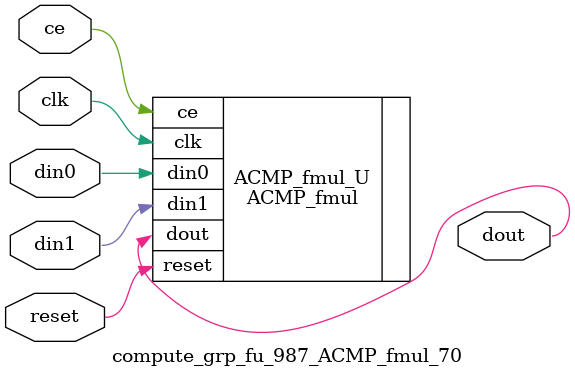
<source format=v>

`timescale 1 ns / 1 ps
module compute_grp_fu_987_ACMP_fmul_70(
    clk,
    reset,
    ce,
    din0,
    din1,
    dout);

parameter ID = 32'd1;
parameter NUM_STAGE = 32'd1;
parameter din0_WIDTH = 32'd1;
parameter din1_WIDTH = 32'd1;
parameter dout_WIDTH = 32'd1;
input clk;
input reset;
input ce;
input[din0_WIDTH - 1:0] din0;
input[din1_WIDTH - 1:0] din1;
output[dout_WIDTH - 1:0] dout;



ACMP_fmul #(
.ID( ID ),
.NUM_STAGE( 4 ),
.din0_WIDTH( din0_WIDTH ),
.din1_WIDTH( din1_WIDTH ),
.dout_WIDTH( dout_WIDTH ))
ACMP_fmul_U(
    .clk( clk ),
    .reset( reset ),
    .ce( ce ),
    .din0( din0 ),
    .din1( din1 ),
    .dout( dout ));

endmodule

</source>
